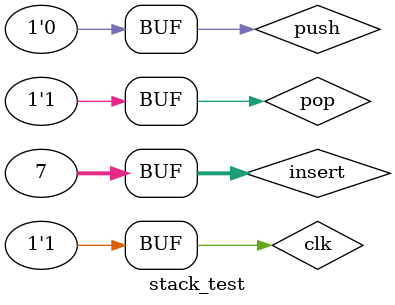
<source format=sv>
`include "../src/stack.sv"

module stack_test;
  reg clk;
  reg push;
  reg pop;
  reg [31:0] insert;
  wire [31:0] top;

  stack #(.WIDTH(32), .DEPTH(8)) stack(
    .clk,
    .push,
    .pop,
    .insert,
    .top
  );

  reg test_failure;

  initial begin
    for (int i = 0; i < 8; i++) begin
      push = 1;
      pop = 0;
      insert = i;
      clk = 0; #1; clk = 1; #1;
    end

    test_failure = 0;

    for (int i = 0; i < 8; i++) begin
      if (top != 7-i)
        test_failure = 1;
      push = 0;
      pop = 1;
      clk = 0; #1; clk = 1; #1;
    end

    if (test_failure)
      $display("Test failed");
    else
      $display("Test passed");
  end
endmodule

</source>
